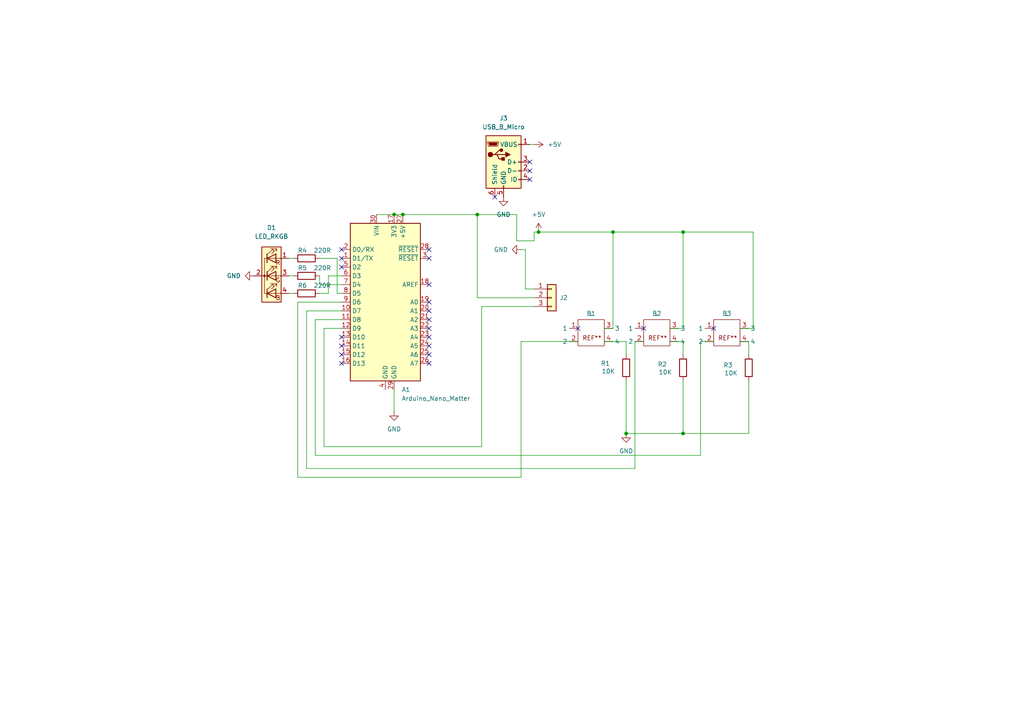
<source format=kicad_sch>
(kicad_sch (version 20231120) (generator "eeschema") (generator_version "8.0")
  (paper "A4")
  (lib_symbols
    (symbol "1_my_custom_symbol_library:Button_6mm"
      (property "Reference" "U" (at 0 0 0))
      (symbol "Button_6mm_0_1"
        (rectangle (start -3.81 2.54) (end 3.81 -5.08))
      )
      (symbol "Button_6mm_1_1"
        (text "REF**" (at 0.254 -2.794 0) (effects (font (size 1.27 1.27))))
        (pin bidirectional line (at -3.81 0 180) (length 2.54) (name "1") (number "1"))
        (pin bidirectional line (at -3.81 -3.81 180) (length 2.54) (name "2") (number "2"))
        (pin bidirectional line (at 3.81 0 0) (length 2.54) (name "3") (number "3"))
        (pin bidirectional line (at 3.81 -3.81 0) (length 2.54) (name "4") (number "4"))
      )
    )
    (symbol "Connector:USB_B_Micro" (pin_names (offset 1.016))
      (property "Reference" "J" (at -5.08 11.43 0))
      (property "Value" "USB_B_Micro" (at -5.08 8.89 0))
      (symbol "USB_B_Micro_0_1"
        (rectangle (start -5.08 -7.62) (end 5.08 7.62) (stroke (width 0.254)) (fill (type background)))
        (circle (center -3.81 2.159) (radius 0.635) (stroke (width 0.254)) (fill (type outline)))
        (circle (center -0.635 3.429) (radius 0.381) (stroke (width 0.254)) (fill (type outline)))
        (rectangle (start -0.127 -7.62) (end 0.127 -6.858))
        (polyline (pts (xy -1.905 2.159) (xy 0.635 2.159)) (stroke (width 0.254)))
        (polyline (pts (xy -3.175 2.159) (xy -2.54 2.159) (xy -1.27 3.429) (xy -0.635 3.429)) (stroke (width 0.254)))
        (polyline (pts (xy -2.54 2.159) (xy -1.905 2.159) (xy -1.27 0.889) (xy 0 0.889)) (stroke (width 0.254)))
        (polyline (pts (xy 0.635 2.794) (xy 0.635 1.524) (xy 1.905 2.159) (xy 0.635 2.794)) (stroke (width 0.254)) (fill (type outline)))
        (polyline (pts (xy -4.318 5.588) (xy -1.778 5.588) (xy -2.032 4.826) (xy -4.064 4.826) (xy -4.318 5.588)) (fill (type outline)))
        (polyline (pts (xy -4.699 5.842) (xy -4.699 5.588) (xy -4.445 4.826) (xy -4.445 4.572) (xy -1.651 4.572) (xy -1.651 4.826) (xy -1.397 5.588) (xy -1.397 5.842) (xy -4.699 5.842)))
        (rectangle (start 0.254 1.27) (end -0.508 0.508) (stroke (width 0.254)) (fill (type outline)))
        (rectangle (start 5.08 -5.207) (end 4.318 -4.953))
        (rectangle (start 5.08 -2.667) (end 4.318 -2.413))
        (rectangle (start 5.08 -0.127) (end 4.318 0.127))
        (rectangle (start 5.08 4.953) (end 4.318 5.207))
      )
      (symbol "USB_B_Micro_1_1"
        (pin power_out line (at 7.62 5.08 180) (length 2.54) (name "VBUS") (number "1"))
        (pin bidirectional line (at 7.62 -2.54 180) (length 2.54) (name "D-") (number "2"))
        (pin bidirectional line (at 7.62 0 180) (length 2.54) (name "D+") (number "3"))
        (pin passive line (at 7.62 -5.08 180) (length 2.54) (name "ID") (number "4"))
        (pin power_out line (at 0 -10.16 90) (length 2.54) (name "GND") (number "5"))
        (pin passive line (at -2.54 -10.16 90) (length 2.54) (name "Shield") (number "6"))
      )
    )
    (symbol "Connector_Generic:Conn_01x03" (pin_names (offset 1.016) hide)
      (property "Reference" "J" (at 0 5.08 0))
      (property "Value" "Conn_01x03" (at 0 -5.08 0))
      (symbol "Conn_01x03_1_1"
        (rectangle (start -1.27 -2.413) (end 0 -2.667) (stroke (width 0.1524)))
        (rectangle (start -1.27 0.127) (end 0 -0.127) (stroke (width 0.1524)))
        (rectangle (start -1.27 2.667) (end 0 2.413) (stroke (width 0.1524)))
        (rectangle (start -1.27 3.81) (end 1.27 -3.81) (stroke (width 0.254)) (fill (type background)))
        (pin passive line (at -5.08 2.54 0) (length 3.81) (name "Pin_1") (number "1"))
        (pin passive line (at -5.08 0 0) (length 3.81) (name "Pin_2") (number "2"))
        (pin passive line (at -5.08 -2.54 0) (length 3.81) (name "Pin_3") (number "3"))
      )
    )
    (symbol "Device:LED_RKGB" (pin_names (offset 0) hide)
      (property "Reference" "D" (at 0 9.398 0))
      (property "Value" "LED_RKGB" (at 0 -8.89 0))
      (symbol "LED_RKGB_0_0"
        (text "B" (at 1.905 -6.35 0) (effects (font (size 1.27 1.27))))
        (text "G" (at 1.905 -1.27 0) (effects (font (size 1.27 1.27))))
        (text "R" (at 1.905 3.81 0) (effects (font (size 1.27 1.27))))
      )
      (symbol "LED_RKGB_0_1"
        (circle (center -2.032 0) (radius 0.254) (fill (type outline)))
        (polyline (pts (xy -1.27 -5.08) (xy 1.27 -5.08)))
        (polyline (pts (xy -1.27 -3.81) (xy -1.27 -6.35)) (stroke (width 0.254)))
        (polyline (pts (xy -1.27 0) (xy -2.54 0)))
        (polyline (pts (xy -1.27 1.27) (xy -1.27 -1.27)) (stroke (width 0.254)))
        (polyline (pts (xy -1.27 5.08) (xy 1.27 5.08)))
        (polyline (pts (xy -1.27 6.35) (xy -1.27 3.81)) (stroke (width 0.254)))
        (polyline (pts (xy 1.27 -5.08) (xy 2.54 -5.08)))
        (polyline (pts (xy 1.27 0) (xy -1.27 0)))
        (polyline (pts (xy 1.27 0) (xy 2.54 0)))
        (polyline (pts (xy 1.27 5.08) (xy 2.54 5.08)))
        (polyline (pts (xy -1.27 1.27) (xy -1.27 -1.27) (xy -1.27 -1.27)))
        (polyline (pts (xy -1.27 6.35) (xy -1.27 3.81) (xy -1.27 3.81)))
        (polyline (pts (xy -1.27 5.08) (xy -2.032 5.08) (xy -2.032 -5.08) (xy -1.016 -5.08)))
        (polyline (pts (xy 1.27 -3.81) (xy 1.27 -6.35) (xy -1.27 -5.08) (xy 1.27 -3.81)) (stroke (width 0.254)))
        (polyline (pts (xy 1.27 1.27) (xy 1.27 -1.27) (xy -1.27 0) (xy 1.27 1.27)) (stroke (width 0.254)))
        (polyline (pts (xy 1.27 6.35) (xy 1.27 3.81) (xy -1.27 5.08) (xy 1.27 6.35)) (stroke (width 0.254)))
        (polyline (pts (xy -1.016 -3.81) (xy 0.508 -2.286) (xy -0.254 -2.286) (xy 0.508 -2.286) (xy 0.508 -3.048)))
        (polyline (pts (xy -1.016 1.27) (xy 0.508 2.794) (xy -0.254 2.794) (xy 0.508 2.794) (xy 0.508 2.032)))
        (polyline (pts (xy -1.016 6.35) (xy 0.508 7.874) (xy -0.254 7.874) (xy 0.508 7.874) (xy 0.508 7.112)))
        (polyline (pts (xy 0 -3.81) (xy 1.524 -2.286) (xy 0.762 -2.286) (xy 1.524 -2.286) (xy 1.524 -3.048)))
        (polyline (pts (xy 0 1.27) (xy 1.524 2.794) (xy 0.762 2.794) (xy 1.524 2.794) (xy 1.524 2.032)))
        (polyline (pts (xy 0 6.35) (xy 1.524 7.874) (xy 0.762 7.874) (xy 1.524 7.874) (xy 1.524 7.112)))
        (rectangle (start 1.27 -1.27) (end 1.27 1.27))
        (rectangle (start 1.27 1.27) (end 1.27 1.27))
        (rectangle (start 1.27 3.81) (end 1.27 6.35))
        (rectangle (start 1.27 6.35) (end 1.27 6.35))
        (rectangle (start 2.794 8.382) (end -2.794 -7.62) (stroke (width 0.254)) (fill (type background)))
      )
      (symbol "LED_RKGB_1_1"
        (pin passive line (at 5.08 5.08 180) (length 2.54) (name "RA") (number "1"))
        (pin passive line (at -5.08 0 0) (length 2.54) (name "K") (number "2"))
        (pin passive line (at 5.08 0 180) (length 2.54) (name "GA") (number "3"))
        (pin passive line (at 5.08 -5.08 180) (length 2.54) (name "BA") (number "4"))
      )
    )
    (symbol "Device:R" (pin_numbers hide) (pin_names (offset 0))
      (property "Reference" "R" (at 2.032 0 90))
      (property "Value" "R" (at 0 0 90))
      (symbol "R_0_1"
        (rectangle (start -1.016 -2.54) (end 1.016 2.54) (stroke (width 0.254)))
      )
      (symbol "R_1_1"
        (pin passive line (at 0 3.81 270) (length 1.27) (name "~") (number "1"))
        (pin passive line (at 0 -3.81 90) (length 1.27) (name "~") (number "2"))
      )
    )
    (symbol "MCU_Module:Arduino_Nano_v3.x"
      (property "Reference" "A" (at -10.16 23.495 0))
      (property "Value" "Arduino_Nano_v3.x" (at 5.08 -24.13 0))
      (symbol "Arduino_Nano_v3.x_0_1"
        (rectangle (start -10.16 22.86) (end 10.16 -22.86) (stroke (width 0.254)) (fill (type background)))
      )
      (symbol "Arduino_Nano_v3.x_1_1"
        (pin bidirectional line (at -12.7 12.7 0) (length 2.54) (name "D1/TX") (number "1"))
        (pin bidirectional line (at -12.7 -2.54 0) (length 2.54) (name "D7") (number "10"))
        (pin bidirectional line (at -12.7 -5.08 0) (length 2.54) (name "D8") (number "11"))
        (pin bidirectional line (at -12.7 -7.62 0) (length 2.54) (name "D9") (number "12"))
        (pin bidirectional line (at -12.7 -10.16 0) (length 2.54) (name "D10") (number "13"))
        (pin bidirectional line (at -12.7 -12.7 0) (length 2.54) (name "D11") (number "14"))
        (pin bidirectional line (at -12.7 -15.24 0) (length 2.54) (name "D12") (number "15"))
        (pin bidirectional line (at -12.7 -17.78 0) (length 2.54) (name "D13") (number "16"))
        (pin power_out line (at 2.54 25.4 270) (length 2.54) (name "3V3") (number "17"))
        (pin input line (at 12.7 5.08 180) (length 2.54) (name "AREF") (number "18"))
        (pin bidirectional line (at 12.7 0 180) (length 2.54) (name "A0") (number "19"))
        (pin bidirectional line (at -12.7 15.24 0) (length 2.54) (name "D0/RX") (number "2"))
        (pin bidirectional line (at 12.7 -2.54 180) (length 2.54) (name "A1") (number "20"))
        (pin bidirectional line (at 12.7 -5.08 180) (length 2.54) (name "A2") (number "21"))
        (pin bidirectional line (at 12.7 -7.62 180) (length 2.54) (name "A3") (number "22"))
        (pin bidirectional line (at 12.7 -10.16 180) (length 2.54) (name "A4") (number "23"))
        (pin bidirectional line (at 12.7 -12.7 180) (length 2.54) (name "A5") (number "24"))
        (pin bidirectional line (at 12.7 -15.24 180) (length 2.54) (name "A6") (number "25"))
        (pin bidirectional line (at 12.7 -17.78 180) (length 2.54) (name "A7") (number "26"))
        (pin power_out line (at 5.08 25.4 270) (length 2.54) (name "+5V") (number "27"))
        (pin input line (at 12.7 15.24 180) (length 2.54) (name "~{RESET}") (number "28"))
        (pin power_in line (at 2.54 -25.4 90) (length 2.54) (name "GND") (number "29"))
        (pin input line (at 12.7 12.7 180) (length 2.54) (name "~{RESET}") (number "3"))
        (pin power_in line (at -2.54 25.4 270) (length 2.54) (name "VIN") (number "30"))
        (pin power_in line (at 0 -25.4 90) (length 2.54) (name "GND") (number "4"))
        (pin bidirectional line (at -12.7 10.16 0) (length 2.54) (name "D2") (number "5"))
        (pin bidirectional line (at -12.7 7.62 0) (length 2.54) (name "D3") (number "6"))
        (pin bidirectional line (at -12.7 5.08 0) (length 2.54) (name "D4") (number "7"))
        (pin bidirectional line (at -12.7 2.54 0) (length 2.54) (name "D5") (number "8"))
        (pin bidirectional line (at -12.7 0 0) (length 2.54) (name "D6") (number "9"))
      )
    )
    (symbol "power:+5V" (power) (pin_numbers hide) (pin_names (offset 0) hide)
      (property "Value" "+5V" (at 0 3.556 0))
      (symbol "+5V_0_1"
        (polyline (pts (xy -0.762 1.27) (xy 0 2.54)))
        (polyline (pts (xy 0 0) (xy 0 2.54)))
        (polyline (pts (xy 0 2.54) (xy 0.762 1.27)))
      )
      (symbol "+5V_1_1"
        (pin power_in line (at 0 0 90) (length 0) (name "~") (number "1"))
      )
    )
    (symbol "power:GND" (power) (pin_numbers hide) (pin_names (offset 0) hide)
      (property "Value" "GND" (at 0 -3.81 0))
      (symbol "GND_0_1"
        (polyline (pts (xy 0 0) (xy 0 -1.27) (xy 1.27 -1.27) (xy 0 -2.54) (xy -1.27 -1.27) (xy 0 -1.27)))
      )
      (symbol "GND_1_1"
        (pin power_in line (at 0 0 270) (length 0) (name "~") (number "1"))
      )
    )
  )
  (junction (at 138.43 62.23))
  (junction (at 181.61 125.73))
  (junction (at 177.8 67.31))
  (junction (at 114.3 62.23))
  (junction (at 198.12 67.31))
  (junction (at 156.21 67.31))
  (junction (at 116.84 62.23))
  (junction (at 198.12 125.73))
  (no_connect (at 207.01 95.25))
  (no_connect (at 143.51 57.15))
  (no_connect (at 99.06 100.33))
  (no_connect (at 124.46 105.41))
  (no_connect (at 124.46 87.63))
  (no_connect (at 124.46 95.25))
  (no_connect (at 124.46 92.71))
  (no_connect (at 124.46 74.93))
  (no_connect (at 99.06 74.93))
  (no_connect (at 124.46 90.17))
  (no_connect (at 99.06 102.87))
  (no_connect (at 186.69 95.25))
  (no_connect (at 153.67 46.99))
  (no_connect (at 99.06 77.47))
  (no_connect (at 124.46 100.33))
  (no_connect (at 124.46 72.39))
  (no_connect (at 153.67 49.53))
  (no_connect (at 124.46 82.55))
  (no_connect (at 153.67 52.07))
  (no_connect (at 124.46 97.79))
  (no_connect (at 167.64 95.25))
  (no_connect (at 99.06 97.79))
  (no_connect (at 99.06 105.41))
  (no_connect (at 99.06 72.39))
  (no_connect (at 124.46 102.87))
  (wire (pts (xy 139.7 129.54) (xy 93.98 129.54)))
  (wire (pts (xy 184.15 135.89) (xy 88.9 135.89)))
  (wire (pts (xy 198.12 125.73) (xy 217.17 125.73)))
  (wire (pts (xy 92.71 74.93) (xy 97.79 74.93)))
  (wire (pts (xy 156.21 67.31) (xy 154.94 67.31)))
  (wire (pts (xy 138.43 62.23) (xy 149.86 62.23)))
  (wire (pts (xy 214.63 99.06) (xy 217.17 99.06)))
  (wire (pts (xy 149.86 62.23) (xy 149.86 69.85)))
  (wire (pts (xy 181.61 102.87) (xy 181.61 99.06)))
  (wire (pts (xy 86.36 138.43) (xy 86.36 87.63)))
  (wire (pts (xy 177.8 67.31) (xy 156.21 67.31)))
  (wire (pts (xy 186.69 99.06) (xy 184.15 99.06)))
  (wire (pts (xy 95.25 85.09) (xy 95.25 80.01)))
  (wire (pts (xy 217.17 99.06) (xy 217.17 102.87)))
  (wire (pts (xy 86.36 138.43) (xy 151.13 138.43)))
  (wire (pts (xy 83.82 74.93) (xy 85.09 74.93)))
  (wire (pts (xy 93.98 95.25) (xy 99.06 95.25)))
  (wire (pts (xy 92.71 82.55) (xy 99.06 82.55)))
  (wire (pts (xy 109.22 62.23) (xy 114.3 62.23)))
  (wire (pts (xy 91.44 132.08) (xy 91.44 92.71)))
  (wire (pts (xy 218.44 67.31) (xy 218.44 95.25)))
  (wire (pts (xy 198.12 67.31) (xy 177.8 67.31)))
  (wire (pts (xy 194.31 99.06) (xy 198.12 99.06)))
  (wire (pts (xy 91.44 92.71) (xy 99.06 92.71)))
  (wire (pts (xy 203.2 132.08) (xy 203.2 99.06)))
  (wire (pts (xy 154.94 88.9) (xy 139.7 88.9)))
  (wire (pts (xy 217.17 125.73) (xy 217.17 110.49)))
  (wire (pts (xy 154.94 86.36) (xy 138.43 86.36)))
  (wire (pts (xy 116.84 62.23) (xy 138.43 62.23)))
  (wire (pts (xy 95.25 80.01) (xy 99.06 80.01)))
  (wire (pts (xy 91.44 132.08) (xy 203.2 132.08)))
  (wire (pts (xy 114.3 62.23) (xy 116.84 62.23)))
  (wire (pts (xy 177.8 67.31) (xy 177.8 95.25)))
  (wire (pts (xy 92.71 85.09) (xy 95.25 85.09)))
  (wire (pts (xy 177.8 95.25) (xy 175.26 95.25)))
  (wire (pts (xy 149.86 69.85) (xy 154.94 69.85)))
  (wire (pts (xy 93.98 129.54) (xy 93.98 95.25)))
  (wire (pts (xy 97.79 85.09) (xy 99.06 85.09)))
  (wire (pts (xy 154.94 83.82) (xy 152.4 83.82)))
  (wire (pts (xy 83.82 80.01) (xy 85.09 80.01)))
  (wire (pts (xy 194.31 95.25) (xy 198.12 95.25)))
  (wire (pts (xy 198.12 110.49) (xy 198.12 125.73)))
  (wire (pts (xy 88.9 135.89) (xy 88.9 90.17)))
  (wire (pts (xy 184.15 99.06) (xy 184.15 135.89)))
  (wire (pts (xy 152.4 83.82) (xy 152.4 72.39)))
  (wire (pts (xy 181.61 110.49) (xy 181.61 125.73)))
  (wire (pts (xy 198.12 102.87) (xy 198.12 99.06)))
  (wire (pts (xy 139.7 88.9) (xy 139.7 129.54)))
  (wire (pts (xy 203.2 99.06) (xy 207.01 99.06)))
  (wire (pts (xy 114.3 113.03) (xy 114.3 119.38)))
  (wire (pts (xy 218.44 95.25) (xy 214.63 95.25)))
  (wire (pts (xy 83.82 85.09) (xy 85.09 85.09)))
  (wire (pts (xy 151.13 72.39) (xy 152.4 72.39)))
  (wire (pts (xy 92.71 80.01) (xy 92.71 82.55)))
  (wire (pts (xy 154.94 67.31) (xy 154.94 69.85)))
  (wire (pts (xy 198.12 125.73) (xy 181.61 125.73)))
  (wire (pts (xy 198.12 67.31) (xy 218.44 67.31)))
  (wire (pts (xy 198.12 95.25) (xy 198.12 67.31)))
  (wire (pts (xy 167.64 99.06) (xy 151.13 99.06)))
  (wire (pts (xy 88.9 90.17) (xy 99.06 90.17)))
  (wire (pts (xy 154.94 41.91) (xy 153.67 41.91)))
  (wire (pts (xy 175.26 99.06) (xy 181.61 99.06)))
  (wire (pts (xy 151.13 99.06) (xy 151.13 138.43)))
  (wire (pts (xy 138.43 86.36) (xy 138.43 62.23)))
  (wire (pts (xy 86.36 87.63) (xy 99.06 87.63)))
  (wire (pts (xy 97.79 74.93) (xy 97.79 85.09)))
  (symbol (lib_id "power:GND") (at 181.61 125.73 0) (unit 1)
    (property "Reference" "#PWR04" (effects (hide yes)))
    (property "Value" "GND" (at 181.61 130.81 0))
    (property "Description" "Power symbol creates a global label with name \"GND\" , ground" (effects (hide yes)))
  )
  (symbol (lib_id "1_my_custom_symbol_library:Button_6mm") (at 210.82 95.25 0) (unit 1)
    (property "Reference" "B3" (at 210.82 90.932 0))
    (property "Value" "~" (at 210.82 91.44 0))
    (property "Footprint" "1_My_custom_library:Button_6mm" (effects (hide yes)))
  )
  (symbol (lib_id "Device:R") (at 88.9 74.93 270) (unit 1)
    (property "Reference" "R4" (at 86.36 72.644 90) (effects (justify left)))
    (property "Value" "220R" (at 90.932 72.644 90) (effects (justify left)))
    (property "Footprint" "Resistor_SMD:R_0805_2012Metric" (effects (hide yes)))
    (property "Description" "Resistor" (effects (hide yes)))
  )
  (symbol (lib_id "Device:R") (at 181.61 106.68 0) (unit 1)
    (property "Reference" "R1" (at 174.244 105.4101 0) (effects (justify left)))
    (property "Value" "10K" (at 174.498 107.696 0) (effects (justify left)))
    (property "Footprint" "Resistor_SMD:R_0805_2012Metric" (effects (hide yes)))
    (property "Description" "Resistor" (effects (hide yes)))
  )
  (symbol (lib_id "MCU_Module:Arduino_Nano_v3.x") (at 111.76 87.63 0) (unit 1)
    (property "Reference" "A1" (at 116.4941 113.03 0) (effects (justify left)))
    (property "Value" "Arduino_Nano_Matter" (at 116.4941 115.57 0) (effects (justify left)))
    (property "Footprint" "Module:Arduino_Nano" (effects (hide yes)))
    (property "Datasheet" "http://www.mouser.com/pdfdocs/Gravitech_Arduino_Nano3_0.pdf" (effects (hide yes)))
    (property "Description" "Arduino Nano v3.x" (effects (hide yes)))
  )
  (symbol (lib_id "1_my_custom_symbol_library:Button_6mm") (at 190.5 95.25 0) (unit 1)
    (property "Reference" "B2" (at 190.5 90.932 0))
    (property "Value" "~" (at 190.5 91.44 0))
    (property "Footprint" "1_My_custom_library:Button_6mm" (effects (hide yes)))
  )
  (symbol (lib_id "Device:R") (at 217.17 106.68 0) (unit 1)
    (property "Reference" "R3" (at 209.804 105.918 0) (effects (justify left)))
    (property "Value" "10K" (at 210.058 108.2039 0) (effects (justify left)))
    (property "Footprint" "Resistor_SMD:R_0805_2012Metric" (effects (hide yes)))
    (property "Description" "Resistor" (effects (hide yes)))
  )
  (symbol (lib_id "Device:LED_RKGB") (at 78.74 80.01 0) (unit 1)
    (property "Reference" "D1" (at 78.74 66.04 0))
    (property "Value" "LED_RKGB" (at 78.74 68.58 0))
    (property "Footprint" "LED_THT:LED_D5.0mm-4_RGB_Wide_Pins" (effects (hide yes)))
    (property "Description" "RGB LED, red/cathode/green/blue" (effects (hide yes)))
  )
  (symbol (lib_id "power:+5V") (at 154.94 41.91 270) (unit 1)
    (property "Reference" "#PWR06" (effects (hide yes)))
    (property "Value" "+5V" (at 158.75 41.9099 90) (effects (justify left)))
    (property "Description" "Power symbol creates a global label with name \"+5V\"" (effects (hide yes)))
  )
  (symbol (lib_id "Connector:USB_B_Micro") (at 146.05 46.99 0) (unit 1)
    (property "Reference" "J3" (at 146.05 34.29 0))
    (property "Value" "USB_B_Micro" (at 146.05 36.83 0))
    (property "Footprint" "Connector_USB:USB_Micro-B_Amphenol_10118194-0001LF_Horizontal" (effects (hide yes)))
    (property "Description" "USB Micro Type B connector" (effects (hide yes)))
  )
  (symbol (lib_id "Device:R") (at 88.9 80.01 270) (unit 1)
    (property "Reference" "R5" (at 86.36 77.7241 90) (effects (justify left)))
    (property "Value" "220R" (at 90.932 77.724 90) (effects (justify left)))
    (property "Footprint" "Resistor_SMD:R_0805_2012Metric" (effects (hide yes)))
    (property "Description" "Resistor" (effects (hide yes)))
  )
  (symbol (lib_id "Device:R") (at 88.9 85.09 270) (unit 1)
    (property "Reference" "R6" (at 86.36 82.804 90) (effects (justify left)))
    (property "Value" "220R" (at 90.932 82.804 90) (effects (justify left)))
    (property "Footprint" "Resistor_SMD:R_0805_2012Metric" (effects (hide yes)))
    (property "Description" "Resistor" (effects (hide yes)))
  )
  (symbol (lib_id "power:+5V") (at 156.21 67.31 0) (unit 1)
    (property "Reference" "#PWR07" (effects (hide yes)))
    (property "Value" "+5V" (at 156.21 62.23 0))
    (property "Description" "Power symbol creates a global label with name \"+5V\"" (effects (hide yes)))
  )
  (symbol (lib_id "Connector_Generic:Conn_01x03") (at 160.02 86.36 0) (unit 1)
    (property "Reference" "J2" (at 162.306 86.36 0) (effects (justify left)))
    (property "Value" "Conn_01x03" (effects (hide yes)))
    (property "Footprint" "Connector_PinHeader_2.54mm:PinHeader_1x03_P2.54mm_Vertical" (effects (hide yes)))
    (property "Description" "Generic connector, single row, 01x03, script generated (kicad-library-utils/schlib/autogen/connector/)" (effects (hide yes)))
  )
  (symbol (lib_id "Device:R") (at 198.12 106.68 0) (unit 1)
    (property "Reference" "R2" (at 190.754 105.6641 0) (effects (justify left)))
    (property "Value" "10K" (at 191.008 107.95 0) (effects (justify left)))
    (property "Footprint" "Resistor_SMD:R_0805_2012Metric" (effects (hide yes)))
    (property "Description" "Resistor" (effects (hide yes)))
  )
  (symbol (lib_id "1_my_custom_symbol_library:Button_6mm") (at 171.45 95.25 0) (unit 1)
    (property "Reference" "B1" (at 171.45 90.932 0))
    (property "Value" "~" (at 171.45 91.44 0))
    (property "Footprint" "1_My_custom_library:Button_6mm" (effects (hide yes)))
  )
  (symbol (lib_id "power:GND") (at 73.66 80.01 270) (unit 1)
    (property "Reference" "#PWR05" (effects (hide yes)))
    (property "Value" "GND" (at 69.85 80.0099 90) (effects (justify right)))
    (property "Description" "Power symbol creates a global label with name \"GND\" , ground" (effects (hide yes)))
  )
  (symbol (lib_id "power:GND") (at 114.3 119.38 0) (unit 1)
    (property "Reference" "#PWR02" (effects (hide yes)))
    (property "Value" "GND" (at 114.3 124.46 0))
    (property "Description" "Power symbol creates a global label with name \"GND\" , ground" (effects (hide yes)))
  )
  (symbol (lib_id "power:GND") (at 146.05 57.15 0) (unit 1)
    (property "Reference" "#PWR01" (effects (hide yes)))
    (property "Value" "GND" (at 146.05 62.23 0))
    (property "Description" "Power symbol creates a global label with name \"GND\" , ground" (effects (hide yes)))
  )
  (symbol (lib_id "power:GND") (at 151.13 72.39 270) (unit 1)
    (property "Reference" "#PWR03" (effects (hide yes)))
    (property "Value" "GND" (at 147.32 72.3899 90) (effects (justify right)))
    (property "Description" "Power symbol creates a global label with name \"GND\" , ground" (effects (hide yes)))
  )
)
</source>
